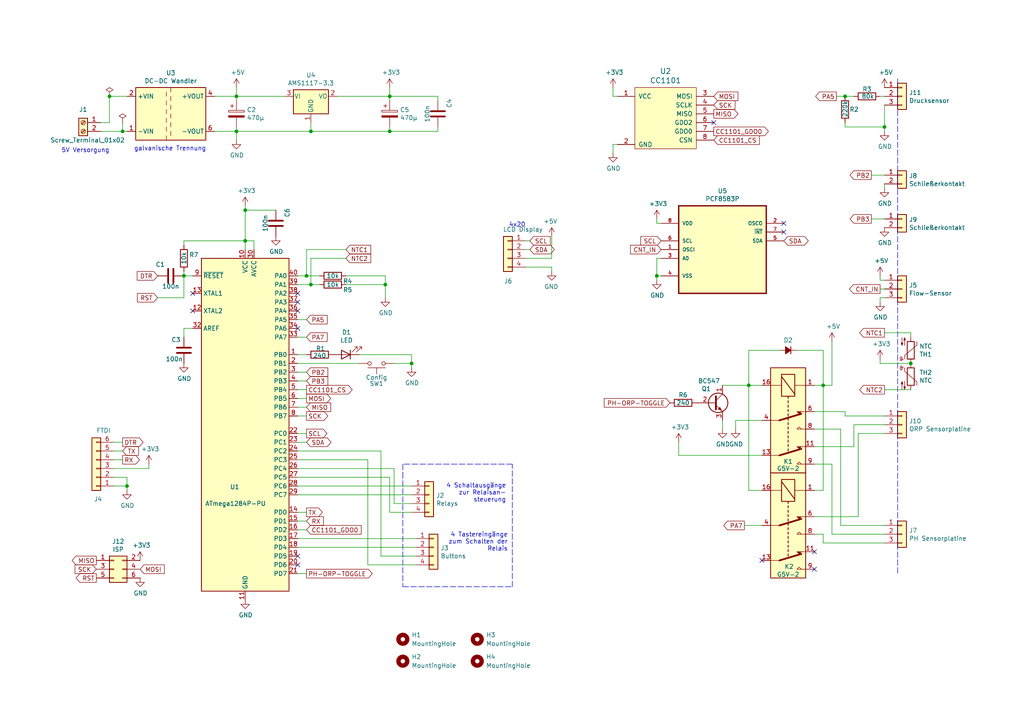
<source format=kicad_sch>
(kicad_sch (version 20210621) (generator eeschema)
  (paper "A4")
  (title_block (date "2021-05-07"))
  (lib_symbols
    (symbol "Connector:Screw_Terminal_01x02" (pin_names (offset 1.016) hide)
      (property "Reference" "J" (at 0 2.54 0))
      (property "Value" "Screw_Terminal_01x02" (at 0 -5.08 0))
      (symbol "Screw_Terminal_01x02_1_1"
        (pin passive line (at -5.08 0 0) (length 3.81) (name "Pin_1") (number "1"))
        (pin passive line (at -5.08 -2.54 0) (length 3.81) (name "Pin_2") (number "2"))
      )
    )
    (symbol "Connector_Generic:Conn_01x02" (pin_names (offset 1.016) hide)
      (property "Reference" "J" (at 0 2.54 0))
      (property "Value" "Conn_01x02" (at 0 -5.08 0))
      (symbol "Conn_01x02_1_1"
        (pin passive line (at -5.08 0 0) (length 3.81) (name "Pin_1") (number "1"))
        (pin passive line (at -5.08 -2.54 0) (length 3.81) (name "Pin_2") (number "2"))
      )
    )
    (symbol "Connector_Generic:Conn_01x03" (pin_names (offset 1.016) hide)
      (property "Reference" "J" (at 0 5.08 0))
      (property "Value" "Conn_01x03" (at 0 -5.08 0))
      (symbol "Conn_01x03_1_1"
        (pin passive line (at -5.08 2.54 0) (length 3.81) (name "Pin_1") (number "1"))
        (pin passive line (at -5.08 0 0) (length 3.81) (name "Pin_2") (number "2"))
        (pin passive line (at -5.08 -2.54 0) (length 3.81) (name "Pin_3") (number "3"))
      )
    )
    (symbol "Connector_Generic:Conn_01x04" (pin_names (offset 1.016) hide)
      (property "Reference" "J" (at 0 5.08 0))
      (property "Value" "Conn_01x04" (at 0 -7.62 0))
      (symbol "Conn_01x04_1_1"
        (pin passive line (at -5.08 2.54 0) (length 3.81) (name "Pin_1") (number "1"))
        (pin passive line (at -5.08 0 0) (length 3.81) (name "Pin_2") (number "2"))
        (pin passive line (at -5.08 -2.54 0) (length 3.81) (name "Pin_3") (number "3"))
        (pin passive line (at -5.08 -5.08 0) (length 3.81) (name "Pin_4") (number "4"))
      )
    )
    (symbol "Connector_Generic:Conn_01x06" (pin_names (offset 1.016) hide)
      (property "Reference" "J" (at 0 7.62 0))
      (property "Value" "Conn_01x06" (at 0 -10.16 0))
      (symbol "Conn_01x06_1_1"
        (pin passive line (at -5.08 5.08 0) (length 3.81) (name "Pin_1") (number "1"))
        (pin passive line (at -5.08 2.54 0) (length 3.81) (name "Pin_2") (number "2"))
        (pin passive line (at -5.08 0 0) (length 3.81) (name "Pin_3") (number "3"))
        (pin passive line (at -5.08 -2.54 0) (length 3.81) (name "Pin_4") (number "4"))
        (pin passive line (at -5.08 -5.08 0) (length 3.81) (name "Pin_5") (number "5"))
        (pin passive line (at -5.08 -7.62 0) (length 3.81) (name "Pin_6") (number "6"))
      )
    )
    (symbol "Connector_Generic:Conn_02x03_Odd_Even" (pin_names (offset 1.016) hide)
      (property "Reference" "J" (at 1.27 5.08 0))
      (property "Value" "Conn_02x03_Odd_Even" (at 1.27 -5.08 0))
      (symbol "Conn_02x03_Odd_Even_1_1"
        (pin passive line (at -5.08 2.54 0) (length 3.81) (name "Pin_1") (number "1"))
        (pin passive line (at 7.62 2.54 180) (length 3.81) (name "Pin_2") (number "2"))
        (pin passive line (at -5.08 0 0) (length 3.81) (name "Pin_3") (number "3"))
        (pin passive line (at 7.62 0 180) (length 3.81) (name "Pin_4") (number "4"))
        (pin passive line (at -5.08 -2.54 0) (length 3.81) (name "Pin_5") (number "5"))
        (pin passive line (at 7.62 -2.54 180) (length 3.81) (name "Pin_6") (number "6"))
      )
    )
    (symbol "Device:C" (pin_numbers hide) (pin_names (offset 0.254))
      (property "Reference" "C" (at 0.635 2.54 0))
      (property "Value" "C" (at 0.635 -2.54 0))
      (symbol "C_1_1"
        (pin passive line (at 0 3.81 270) (length 2.794) (name "~") (number "1"))
        (pin passive line (at 0 -3.81 90) (length 2.794) (name "~") (number "2"))
      )
    )
    (symbol "Device:CP" (pin_numbers hide) (pin_names (offset 0.254))
      (property "Reference" "C" (at 0.635 2.54 0))
      (property "Value" "Device_CP" (at 0.635 -2.54 0))
      (symbol "CP_1_1"
        (pin passive line (at 0 3.81 270) (length 2.794) (name "~") (number "1"))
        (pin passive line (at 0 -3.81 90) (length 2.794) (name "~") (number "2"))
      )
    )
    (symbol "Device:D_Small_ALT" (pin_numbers hide) (pin_names (offset 0.254) hide)
      (property "Reference" "D" (at -1.27 2.032 0))
      (property "Value" "Device_D_Small_ALT" (at -3.81 -2.032 0))
      (symbol "D_Small_ALT_1_1"
        (pin passive line (at -2.54 0 0) (length 1.778) (name "K") (number "1"))
        (pin passive line (at 2.54 0 180) (length 1.778) (name "A") (number "2"))
      )
    )
    (symbol "Device:LED" (pin_numbers hide) (pin_names (offset 1.016) hide)
      (property "Reference" "D" (at 0 2.54 0))
      (property "Value" "LED" (at 0 -2.54 0))
      (symbol "LED_1_1"
        (pin passive line (at -3.81 0 0) (length 2.54) (name "K") (number "1"))
        (pin passive line (at 3.81 0 180) (length 2.54) (name "A") (number "2"))
      )
    )
    (symbol "Device:R" (pin_numbers hide) (pin_names (offset 0))
      (property "Reference" "R" (at 2.032 0 90))
      (property "Value" "R" (at 0 0 90))
      (symbol "R_1_1"
        (pin passive line (at 0 3.81 270) (length 1.27) (name "~") (number "1"))
        (pin passive line (at 0 -3.81 90) (length 1.27) (name "~") (number "2"))
      )
    )
    (symbol "Device:Thermistor_NTC" (pin_numbers hide) (pin_names (offset 0))
      (property "Reference" "TH" (at -4.445 0 90))
      (property "Value" "Thermistor_NTC" (at 3.175 0 90))
      (symbol "Thermistor_NTC_1_1"
        (pin passive line (at 0 3.81 270) (length 1.27) (name "~") (number "1"))
        (pin passive line (at 0 -3.81 90) (length 1.27) (name "~") (number "2"))
      )
    )
    (symbol "MCU_Microchip_ATmega:ATmega1284P-PU"
      (property "Reference" "U" (at -12.7 49.53 0))
      (property "Value" "MCU_Microchip_ATmega_ATmega1284P-PU" (at 2.54 -49.53 0))
      (symbol "ATmega1284P-PU_1_1"
        (pin bidirectional line (at 15.24 20.32 180) (length 2.54) (name "PB0") (number "1"))
        (pin power_in line (at 0 50.8 270) (length 2.54) (name "VCC") (number "10"))
        (pin power_in line (at 0 -50.8 90) (length 2.54) (name "GND") (number "11"))
        (pin output line (at -15.24 33.02 0) (length 2.54) (name "XTAL2") (number "12"))
        (pin input line (at -15.24 38.1 0) (length 2.54) (name "XTAL1") (number "13"))
        (pin bidirectional line (at 15.24 -25.4 180) (length 2.54) (name "PD0") (number "14"))
        (pin bidirectional line (at 15.24 -27.94 180) (length 2.54) (name "PD1") (number "15"))
        (pin bidirectional line (at 15.24 -30.48 180) (length 2.54) (name "PD2") (number "16"))
        (pin bidirectional line (at 15.24 -33.02 180) (length 2.54) (name "PD3") (number "17"))
        (pin bidirectional line (at 15.24 -35.56 180) (length 2.54) (name "PD4") (number "18"))
        (pin bidirectional line (at 15.24 -38.1 180) (length 2.54) (name "PD5") (number "19"))
        (pin bidirectional line (at 15.24 17.78 180) (length 2.54) (name "PB1") (number "2"))
        (pin bidirectional line (at 15.24 -40.64 180) (length 2.54) (name "PD6") (number "20"))
        (pin bidirectional line (at 15.24 -43.18 180) (length 2.54) (name "PD7") (number "21"))
        (pin bidirectional line (at 15.24 -2.54 180) (length 2.54) (name "PC0") (number "22"))
        (pin bidirectional line (at 15.24 -5.08 180) (length 2.54) (name "PC1") (number "23"))
        (pin bidirectional line (at 15.24 -7.62 180) (length 2.54) (name "PC2") (number "24"))
        (pin bidirectional line (at 15.24 -10.16 180) (length 2.54) (name "PC3") (number "25"))
        (pin bidirectional line (at 15.24 -12.7 180) (length 2.54) (name "PC4") (number "26"))
        (pin bidirectional line (at 15.24 -15.24 180) (length 2.54) (name "PC5") (number "27"))
        (pin bidirectional line (at 15.24 -17.78 180) (length 2.54) (name "PC6") (number "28"))
        (pin bidirectional line (at 15.24 -20.32 180) (length 2.54) (name "PC7") (number "29"))
        (pin bidirectional line (at 15.24 15.24 180) (length 2.54) (name "PB2") (number "3"))
        (pin power_in line (at 2.54 50.8 270) (length 2.54) (name "AVCC") (number "30"))
        (pin passive line (at 0 -50.8 90) (length 2.54) hide (name "GND") (number "31"))
        (pin passive line (at -15.24 27.94 0) (length 2.54) (name "AREF") (number "32"))
        (pin bidirectional line (at 15.24 25.4 180) (length 2.54) (name "PA7") (number "33"))
        (pin bidirectional line (at 15.24 27.94 180) (length 2.54) (name "PA6") (number "34"))
        (pin bidirectional line (at 15.24 30.48 180) (length 2.54) (name "PA5") (number "35"))
        (pin bidirectional line (at 15.24 33.02 180) (length 2.54) (name "PA4") (number "36"))
        (pin bidirectional line (at 15.24 35.56 180) (length 2.54) (name "PA3") (number "37"))
        (pin bidirectional line (at 15.24 38.1 180) (length 2.54) (name "PA2") (number "38"))
        (pin bidirectional line (at 15.24 40.64 180) (length 2.54) (name "PA1") (number "39"))
        (pin bidirectional line (at 15.24 12.7 180) (length 2.54) (name "PB3") (number "4"))
        (pin bidirectional line (at 15.24 43.18 180) (length 2.54) (name "PA0") (number "40"))
        (pin bidirectional line (at 15.24 10.16 180) (length 2.54) (name "PB4") (number "5"))
        (pin bidirectional line (at 15.24 7.62 180) (length 2.54) (name "PB5") (number "6"))
        (pin bidirectional line (at 15.24 5.08 180) (length 2.54) (name "PB6") (number "7"))
        (pin bidirectional line (at 15.24 2.54 180) (length 2.54) (name "PB7") (number "8"))
        (pin input line (at -15.24 43.18 0) (length 2.54) (name "~{RESET}") (number "9"))
      )
    )
    (symbol "Mechanical:MountingHole" (pin_names (offset 1.016))
      (property "Reference" "H" (at 0 5.08 0))
      (property "Value" "MountingHole" (at 0 3.175 0))
    )
    (symbol "PCF8583P:PCF8583P" (pin_names (offset 1.016))
      (property "Reference" "U" (at -5.334 13.081 0))
      (property "Value" "PCF8583P" (at -3.7084 -20.4978 0))
      (symbol "PCF8583P_0_0"
        (pin input line (at -17.78 -2.54 0) (length 5.08) (name "OSCI") (number "1"))
        (pin output line (at 17.78 5.08 180) (length 5.08) (name "OSCO") (number "2"))
        (pin input line (at -17.78 -5.08 0) (length 5.08) (name "A0") (number "3"))
        (pin power_in line (at -17.78 -10.16 0) (length 5.08) (name "VSS") (number "4"))
        (pin bidirectional line (at 17.78 0 180) (length 5.08) (name "SDA") (number "5"))
        (pin input line (at -17.78 0 0) (length 5.08) (name "SCL") (number "6"))
        (pin output line (at 17.78 2.54 180) (length 5.08) (name "~{INT}") (number "7"))
        (pin power_in line (at -17.78 5.08 0) (length 5.08) (name "VDD") (number "8"))
      )
    )
    (symbol "Regulator_Linear:AMS1117-3.3" (pin_names (offset 0.254))
      (property "Reference" "U" (at -3.81 3.175 0))
      (property "Value" "AMS1117-3.3" (at 0 3.175 0))
      (symbol "AMS1117-3.3_1_1"
        (pin power_in line (at 0 -7.62 90) (length 2.54) (name "GND") (number "1"))
        (pin power_out line (at 7.62 0 180) (length 2.54) (name "VO") (number "2"))
        (pin power_in line (at -7.62 0 0) (length 2.54) (name "VI") (number "3"))
      )
    )
    (symbol "Regulator_Switching:TMR_1-1211"
      (property "Reference" "U" (at -8.89 8.89 0))
      (property "Value" "TMR_1-1211" (at 10.16 8.89 0))
      (symbol "TMR_1-1211_1_1"
        (pin power_in line (at -12.7 -5.08 0) (length 2.54) (name "-VIN") (number "1"))
        (pin power_in line (at -12.7 5.08 0) (length 2.54) (name "+VIN") (number "2"))
        (pin power_out line (at 12.7 5.08 180) (length 2.54) (name "+VOUT") (number "4"))
        (pin power_out line (at 12.7 -5.08 180) (length 2.54) (name "-VOUT") (number "6"))
      )
    )
    (symbol "Relay:G5V-2"
      (property "Reference" "K" (at 16.51 3.81 0))
      (property "Value" "G5V-2" (at 16.51 1.27 0))
      (symbol "G5V-2_1_1"
        (pin passive line (at -10.16 7.62 270) (length 2.54) (name "~") (number "1"))
        (pin passive line (at 7.62 7.62 270) (length 2.54) (name "~") (number "11"))
        (pin passive line (at 10.16 -7.62 90) (length 2.54) (name "~") (number "13"))
        (pin passive line (at -10.16 -7.62 90) (length 2.54) (name "~") (number "16"))
        (pin passive line (at 0 -7.62 90) (length 2.54) (name "~") (number "4"))
        (pin passive line (at -2.54 7.62 270) (length 2.54) (name "~") (number "6"))
        (pin passive line (at 2.54 7.62 270) (length 2.54) (name "~") (number "8"))
        (pin passive line (at 12.7 7.62 270) (length 2.54) (name "~") (number "9"))
      )
    )
    (symbol "Switch:SW_Push" (pin_numbers hide) (pin_names (offset 1.016) hide)
      (property "Reference" "SW" (at 1.27 2.54 0))
      (property "Value" "SW_Push" (at 0 -1.524 0))
      (symbol "SW_Push_0_1"
        (pin passive line (at -5.08 0 0) (length 2.54) (name "1") (number "1"))
        (pin passive line (at 5.08 0 180) (length 2.54) (name "2") (number "2"))
      )
    )
    (symbol "Transistor_BJT:BC547" (pin_names (offset 0) hide)
      (property "Reference" "Q" (at 5.08 1.905 0))
      (property "Value" "BC547" (at 5.08 0 0))
      (symbol "BC547_1_1"
        (pin passive line (at 2.54 5.08 270) (length 2.54) (name "C") (number "1"))
        (pin input line (at -5.08 0 0) (length 5.08) (name "B") (number "2"))
        (pin passive line (at 2.54 -5.08 90) (length 2.54) (name "E") (number "3"))
      )
    )
    (symbol "cc1101:CC1101" (pin_names (offset 1.016))
      (property "Reference" "U" (at -1.27 17.78 0))
      (property "Value" "CC1101" (at 10.16 -2.54 0))
      (symbol "CC1101_1_1"
        (pin power_in line (at -7.62 13.97 0) (length 5.08) (name "VCC") (number "1"))
        (pin power_in line (at -7.62 0 0) (length 5.08) (name "GND") (number "2"))
        (pin input line (at 20.32 13.97 180) (length 5.08) (name "MOSI") (number "3"))
        (pin input line (at 20.32 11.43 180) (length 5.08) (name "SCLK") (number "4"))
        (pin output line (at 20.32 8.89 180) (length 5.08) (name "MISO") (number "5"))
        (pin output line (at 20.32 6.35 180) (length 5.08) (name "GDO2") (number "6"))
        (pin output line (at 20.32 3.81 180) (length 5.08) (name "GDO0") (number "7"))
        (pin input line (at 20.32 1.27 180) (length 5.08) (name "CSN") (number "8"))
      )
    )
    (symbol "power:+3V3" (power) (pin_names (offset 0))
      (property "Value" "+3V3" (at 0 3.556 0))
      (symbol "+3V3_1_1"
        (pin power_in line (at 0 0 90) (length 0) hide (name "+3V3") (number "1"))
      )
    )
    (symbol "power:+5V" (power) (pin_names (offset 0))
      (property "Value" "+5V" (at 0 3.556 0))
      (symbol "+5V_1_1"
        (pin power_in line (at 0 0 90) (length 0) hide (name "+5V") (number "1"))
      )
    )
    (symbol "power:GND" (power) (pin_names (offset 0))
      (property "Value" "GND" (at 0 -3.81 0))
      (symbol "GND_1_1"
        (pin power_in line (at 0 0 270) (length 0) hide (name "GND") (number "1"))
      )
    )
    (symbol "power:PWR_FLAG" (power) (pin_numbers hide) (pin_names (offset 0) hide)
      (property "Value" "PWR_FLAG" (at 0 3.81 0))
      (symbol "PWR_FLAG_0_0"
        (pin power_out line (at 0 0 90) (length 0) (name "pwr") (number "1"))
      )
    )
  )
  (junction (at 217.17 111.76))
  (junction (at 88.9 80.01))
  (junction (at 119.38 105.41))
  (junction (at 71.12 69.85))
  (junction (at 35.56 38.1))
  (junction (at 31.75 27.94))
  (junction (at 245.11 27.94))
  (junction (at 264.16 105.41))
  (junction (at 113.03 38.1))
  (junction (at 190.5 80.01))
  (junction (at 71.12 60.96))
  (junction (at 238.76 111.76))
  (junction (at 36.83 140.97))
  (junction (at 113.03 27.94))
  (junction (at 68.58 27.94))
  (junction (at 256.54 36.83))
  (junction (at 68.58 38.1))
  (junction (at 111.76 82.55))
  (junction (at 90.17 82.55))
  (junction (at 53.34 80.01))
  (junction (at 90.17 38.1))
  (no_connect (at 236.22 165.1))
  (no_connect (at 86.36 95.25))
  (no_connect (at 236.22 160.02))
  (no_connect (at 220.98 162.56))
  (no_connect (at 86.36 163.83))
  (no_connect (at 207.01 35.56))
  (no_connect (at 86.36 161.29))
  (no_connect (at 55.88 90.17))
  (no_connect (at 86.36 90.17))
  (no_connect (at 86.36 87.63))
  (no_connect (at 227.33 64.77))
  (no_connect (at 86.36 85.09))
  (no_connect (at 55.88 85.09))
  (no_connect (at 227.33 67.31))
  (wire (pts (xy 209.55 121.92) (xy 209.55 124.46)))
  (wire (pts (xy 217.17 142.24) (xy 217.17 111.76)))
  (wire (pts (xy 86.36 156.21) (xy 120.65 156.21)))
  (wire (pts (xy 68.58 27.94) (xy 68.58 29.21)))
  (wire (pts (xy 236.22 124.46) (xy 243.84 124.46)))
  (polyline (pts (xy 116.84 170.18) (xy 148.59 170.18)))
  (wire (pts (xy 31.75 27.94) (xy 36.83 27.94)))
  (wire (pts (xy 217.17 111.76) (xy 220.98 111.76)))
  (wire (pts (xy 179.07 27.94) (xy 177.8 27.94)))
  (wire (pts (xy 245.11 27.94) (xy 247.65 27.94)))
  (wire (pts (xy 53.34 71.12) (xy 53.34 69.85)))
  (wire (pts (xy 55.88 80.01) (xy 53.34 80.01)))
  (polyline (pts (xy 116.84 134.62) (xy 116.84 137.16)))
  (wire (pts (xy 255.27 80.01) (xy 255.27 81.28)))
  (wire (pts (xy 190.5 63.5) (xy 190.5 64.77)))
  (wire (pts (xy 92.71 82.55) (xy 90.17 82.55)))
  (wire (pts (xy 110.49 161.29) (xy 120.65 161.29)))
  (wire (pts (xy 106.68 163.83) (xy 106.68 133.35)))
  (wire (pts (xy 35.56 133.35) (xy 33.02 133.35)))
  (wire (pts (xy 86.36 135.89) (xy 114.3 135.89)))
  (wire (pts (xy 113.03 148.59) (xy 113.03 138.43)))
  (wire (pts (xy 153.67 69.85) (xy 152.4 69.85)))
  (wire (pts (xy 29.21 38.1) (xy 35.56 38.1)))
  (wire (pts (xy 35.56 38.1) (xy 36.83 38.1)))
  (wire (pts (xy 53.34 80.01) (xy 53.34 86.36)))
  (wire (pts (xy 45.72 86.36) (xy 53.34 86.36)))
  (wire (pts (xy 113.03 25.4) (xy 113.03 27.94)))
  (wire (pts (xy 88.9 80.01) (xy 92.71 80.01)))
  (wire (pts (xy 86.36 97.79) (xy 88.9 97.79)))
  (wire (pts (xy 152.4 74.93) (xy 160.02 74.93)))
  (wire (pts (xy 255.27 81.28) (xy 256.54 81.28)))
  (wire (pts (xy 119.38 102.87) (xy 119.38 105.41)))
  (wire (pts (xy 256.54 36.83) (xy 256.54 38.1)))
  (wire (pts (xy 114.3 105.41) (xy 119.38 105.41)))
  (wire (pts (xy 248.92 149.86) (xy 248.92 125.73)))
  (wire (pts (xy 217.17 101.6) (xy 226.06 101.6)))
  (wire (pts (xy 100.33 80.01) (xy 111.76 80.01)))
  (wire (pts (xy 36.83 138.43) (xy 36.83 140.97)))
  (wire (pts (xy 104.14 102.87) (xy 119.38 102.87)))
  (wire (pts (xy 255.27 105.41) (xy 255.27 104.14)))
  (wire (pts (xy 86.36 113.03) (xy 88.9 113.03)))
  (wire (pts (xy 191.77 74.93) (xy 190.5 74.93)))
  (polyline (pts (xy 260.35 22.86) (xy 260.35 166.37)))
  (polyline (pts (xy 116.84 137.16) (xy 116.84 170.18)))
  (wire (pts (xy 238.76 111.76) (xy 236.22 111.76)))
  (wire (pts (xy 90.17 74.93) (xy 100.33 74.93)))
  (wire (pts (xy 119.38 148.59) (xy 113.03 148.59)))
  (polyline (pts (xy 148.59 170.18) (xy 148.59 134.62)))
  (wire (pts (xy 245.11 120.65) (xy 256.54 120.65)))
  (wire (pts (xy 120.65 158.75) (xy 86.36 158.75)))
  (wire (pts (xy 55.88 95.25) (xy 53.34 95.25)))
  (wire (pts (xy 231.14 101.6) (xy 238.76 101.6)))
  (wire (pts (xy 119.38 140.97) (xy 86.36 140.97)))
  (wire (pts (xy 247.65 129.54) (xy 247.65 123.19)))
  (wire (pts (xy 53.34 80.01) (xy 53.34 78.74)))
  (wire (pts (xy 213.36 121.92) (xy 213.36 124.46)))
  (wire (pts (xy 256.54 30.48) (xy 256.54 36.83)))
  (wire (pts (xy 160.02 74.93) (xy 160.02 68.58)))
  (wire (pts (xy 86.36 92.71) (xy 88.9 92.71)))
  (wire (pts (xy 256.54 157.48) (xy 238.76 157.48)))
  (wire (pts (xy 127 27.94) (xy 127 29.21)))
  (wire (pts (xy 62.23 38.1) (xy 68.58 38.1)))
  (wire (pts (xy 68.58 38.1) (xy 90.17 38.1)))
  (wire (pts (xy 241.3 111.76) (xy 241.3 99.06)))
  (wire (pts (xy 236.22 134.62) (xy 241.3 134.62)))
  (wire (pts (xy 53.34 95.25) (xy 53.34 97.79)))
  (wire (pts (xy 73.66 69.85) (xy 73.66 72.39)))
  (wire (pts (xy 33.02 140.97) (xy 36.83 140.97)))
  (wire (pts (xy 86.36 120.65) (xy 88.9 120.65)))
  (wire (pts (xy 36.83 140.97) (xy 36.83 142.24)))
  (polyline (pts (xy 148.59 134.62) (xy 116.84 134.62)))
  (wire (pts (xy 255.27 27.94) (xy 256.54 27.94)))
  (wire (pts (xy 264.16 96.52) (xy 264.16 97.79)))
  (wire (pts (xy 88.9 110.49) (xy 86.36 110.49)))
  (wire (pts (xy 120.65 163.83) (xy 106.68 163.83)))
  (wire (pts (xy 35.56 35.56) (xy 35.56 38.1)))
  (wire (pts (xy 86.36 130.81) (xy 110.49 130.81)))
  (wire (pts (xy 236.22 129.54) (xy 247.65 129.54)))
  (wire (pts (xy 86.36 102.87) (xy 88.9 102.87)))
  (wire (pts (xy 88.9 72.39) (xy 100.33 72.39)))
  (wire (pts (xy 111.76 82.55) (xy 111.76 86.36)))
  (wire (pts (xy 160.02 77.47) (xy 160.02 78.74)))
  (wire (pts (xy 241.3 154.94) (xy 256.54 154.94)))
  (wire (pts (xy 248.92 125.73) (xy 256.54 125.73)))
  (wire (pts (xy 245.11 36.83) (xy 256.54 36.83)))
  (wire (pts (xy 241.3 134.62) (xy 241.3 154.94)))
  (wire (pts (xy 152.4 72.39) (xy 153.67 72.39)))
  (wire (pts (xy 242.57 27.94) (xy 245.11 27.94)))
  (wire (pts (xy 119.38 143.51) (xy 86.36 143.51)))
  (wire (pts (xy 256.54 86.36) (xy 255.27 86.36)))
  (wire (pts (xy 236.22 142.24) (xy 238.76 142.24)))
  (wire (pts (xy 100.33 82.55) (xy 111.76 82.55)))
  (wire (pts (xy 236.22 149.86) (xy 248.92 149.86)))
  (wire (pts (xy 86.36 153.67) (xy 88.9 153.67)))
  (wire (pts (xy 88.9 128.27) (xy 86.36 128.27)))
  (wire (pts (xy 238.76 111.76) (xy 241.3 111.76)))
  (wire (pts (xy 252.73 50.8) (xy 256.54 50.8)))
  (wire (pts (xy 209.55 111.76) (xy 217.17 111.76)))
  (wire (pts (xy 177.8 27.94) (xy 177.8 25.4)))
  (wire (pts (xy 190.5 74.93) (xy 190.5 80.01)))
  (wire (pts (xy 86.36 125.73) (xy 88.9 125.73)))
  (wire (pts (xy 220.98 142.24) (xy 217.17 142.24)))
  (wire (pts (xy 238.76 142.24) (xy 238.76 111.76)))
  (wire (pts (xy 190.5 64.77) (xy 191.77 64.77)))
  (wire (pts (xy 247.65 123.19) (xy 256.54 123.19)))
  (wire (pts (xy 255.27 86.36) (xy 255.27 87.63)))
  (wire (pts (xy 220.98 152.4) (xy 215.9 152.4)))
  (wire (pts (xy 152.4 77.47) (xy 160.02 77.47)))
  (wire (pts (xy 86.36 148.59) (xy 88.9 148.59)))
  (wire (pts (xy 68.58 36.83) (xy 68.58 38.1)))
  (wire (pts (xy 113.03 38.1) (xy 127 38.1)))
  (wire (pts (xy 127 38.1) (xy 127 36.83)))
  (wire (pts (xy 119.38 105.41) (xy 119.38 106.68)))
  (wire (pts (xy 86.36 105.41) (xy 104.14 105.41)))
  (wire (pts (xy 29.21 35.56) (xy 31.75 35.56)))
  (wire (pts (xy 31.75 27.94) (xy 31.75 35.56)))
  (wire (pts (xy 220.98 121.92) (xy 213.36 121.92)))
  (wire (pts (xy 86.36 80.01) (xy 88.9 80.01)))
  (wire (pts (xy 114.3 146.05) (xy 119.38 146.05)))
  (wire (pts (xy 191.77 80.01) (xy 190.5 80.01)))
  (wire (pts (xy 33.02 138.43) (xy 36.83 138.43)))
  (wire (pts (xy 86.36 115.57) (xy 88.9 115.57)))
  (wire (pts (xy 256.54 53.34) (xy 256.54 54.61)))
  (wire (pts (xy 86.36 151.13) (xy 88.9 151.13)))
  (wire (pts (xy 243.84 124.46) (xy 243.84 152.4)))
  (wire (pts (xy 86.36 166.37) (xy 88.9 166.37)))
  (wire (pts (xy 238.76 154.94) (xy 236.22 154.94)))
  (wire (pts (xy 88.9 72.39) (xy 88.9 80.01)))
  (wire (pts (xy 33.02 135.89) (xy 43.18 135.89)))
  (wire (pts (xy 217.17 111.76) (xy 217.17 101.6)))
  (wire (pts (xy 243.84 152.4) (xy 256.54 152.4)))
  (wire (pts (xy 245.11 35.56) (xy 245.11 36.83)))
  (wire (pts (xy 33.02 130.81) (xy 35.56 130.81)))
  (wire (pts (xy 113.03 36.83) (xy 113.03 38.1)))
  (wire (pts (xy 179.07 41.91) (xy 177.8 41.91)))
  (wire (pts (xy 90.17 38.1) (xy 113.03 38.1)))
  (wire (pts (xy 71.12 69.85) (xy 73.66 69.85)))
  (wire (pts (xy 88.9 118.11) (xy 86.36 118.11)))
  (wire (pts (xy 255.27 83.82) (xy 256.54 83.82)))
  (wire (pts (xy 90.17 74.93) (xy 90.17 82.55)))
  (wire (pts (xy 86.36 107.95) (xy 88.9 107.95)))
  (wire (pts (xy 114.3 135.89) (xy 114.3 146.05)))
  (wire (pts (xy 33.02 128.27) (xy 35.56 128.27)))
  (wire (pts (xy 238.76 157.48) (xy 238.76 154.94)))
  (wire (pts (xy 68.58 25.4) (xy 68.58 27.94)))
  (wire (pts (xy 238.76 101.6) (xy 238.76 111.76)))
  (wire (pts (xy 113.03 138.43) (xy 86.36 138.43)))
  (wire (pts (xy 256.54 96.52) (xy 264.16 96.52)))
  (wire (pts (xy 236.22 119.38) (xy 245.11 119.38)))
  (wire (pts (xy 71.12 60.96) (xy 80.01 60.96)))
  (wire (pts (xy 71.12 72.39) (xy 71.12 69.85)))
  (wire (pts (xy 97.79 27.94) (xy 113.03 27.94)))
  (wire (pts (xy 113.03 27.94) (xy 127 27.94)))
  (wire (pts (xy 220.98 132.08) (xy 196.85 132.08)))
  (wire (pts (xy 256.54 113.03) (xy 264.16 113.03)))
  (wire (pts (xy 106.68 133.35) (xy 86.36 133.35)))
  (wire (pts (xy 245.11 119.38) (xy 245.11 120.65)))
  (wire (pts (xy 90.17 82.55) (xy 86.36 82.55)))
  (wire (pts (xy 62.23 27.94) (xy 68.58 27.94)))
  (wire (pts (xy 68.58 27.94) (xy 82.55 27.94)))
  (wire (pts (xy 190.5 80.01) (xy 190.5 81.28)))
  (wire (pts (xy 113.03 27.94) (xy 113.03 29.21)))
  (wire (pts (xy 177.8 41.91) (xy 177.8 44.45)))
  (wire (pts (xy 196.85 132.08) (xy 196.85 128.27)))
  (wire (pts (xy 71.12 60.96) (xy 71.12 59.69)))
  (wire (pts (xy 71.12 69.85) (xy 71.12 60.96)))
  (wire (pts (xy 53.34 69.85) (xy 71.12 69.85)))
  (wire (pts (xy 90.17 35.56) (xy 90.17 38.1)))
  (wire (pts (xy 252.73 63.5) (xy 256.54 63.5)))
  (wire (pts (xy 264.16 105.41) (xy 255.27 105.41)))
  (wire (pts (xy 43.18 135.89) (xy 43.18 134.62)))
  (wire (pts (xy 111.76 80.01) (xy 111.76 82.55)))
  (wire (pts (xy 68.58 38.1) (xy 68.58 40.64)))
  (wire (pts (xy 110.49 130.81) (xy 110.49 161.29)))
  (text "4 Tastereingänge\nzum Schalten der\nRelais" (at 147.32 160.02 180) (effects (font (size 1.27 1.27)) (justify right bottom)))
  (text "5V Versorgung" (at 17.78 44.45 0) (effects (font (size 1.27 1.27)) (justify left bottom)))
  (text "galvanische Trennung" (at 38.862 43.942 0) (effects (font (size 1.27 1.27)) (justify left bottom)))
  (text "4x20" (at 147.574 66.04 0) (effects (font (size 1.27 1.27)) (justify left bottom)))
  (text "4 Schaltausgänge\nzur Relaisan-\nsteuerung" (at 146.812 145.796 180) (effects (font (size 1.27 1.27)) (justify right bottom)))
  (global_label "RX" (shape input) (at 88.9 151.13 0) (property "Intersheet References" "${INTERSHEET_REFS}" (effects hide)))
  (global_label "PB3" (shape output) (at 252.73 63.5 180) (property "Intersheet References" "${INTERSHEET_REFS}" (effects hide)))
  (global_label "CNT_IN" (shape input) (at 191.77 72.39 180) (property "Intersheet References" "${INTERSHEET_REFS}" (effects hide)))
  (global_label "PH-ORP-TOGGLE" (shape output) (at 88.9 166.37 0) (property "Intersheet References" "${INTERSHEET_REFS}" (effects hide)))
  (global_label "PA5" (shape input) (at 88.9 92.71 0) (property "Intersheet References" "${INTERSHEET_REFS}" (effects hide)))
  (global_label "PA7" (shape input) (at 88.9 97.79 0) (property "Intersheet References" "${INTERSHEET_REFS}" (effects hide)))
  (global_label "RX" (shape output) (at 35.56 133.35 0) (property "Intersheet References" "${INTERSHEET_REFS}" (effects hide)))
  (global_label "PB2" (shape input) (at 88.9 107.95 0) (property "Intersheet References" "${INTERSHEET_REFS}" (effects hide)))
  (global_label "NTC1" (shape output) (at 256.54 96.52 180) (property "Intersheet References" "${INTERSHEET_REFS}" (effects hide)))
  (global_label "SCL" (shape input) (at 153.67 69.85 0) (property "Intersheet References" "${INTERSHEET_REFS}" (effects hide)))
  (global_label "PA5" (shape output) (at 242.57 27.94 180) (property "Intersheet References" "${INTERSHEET_REFS}" (effects hide)))
  (global_label "PB3" (shape input) (at 88.9 110.49 0) (property "Intersheet References" "${INTERSHEET_REFS}" (effects hide)))
  (global_label "RST" (shape input) (at 45.72 86.36 180) (property "Intersheet References" "${INTERSHEET_REFS}" (effects hide)))
  (global_label "SCL" (shape input) (at 191.77 69.85 180) (property "Intersheet References" "${INTERSHEET_REFS}" (effects hide)))
  (global_label "PA7" (shape output) (at 215.9 152.4 180) (property "Intersheet References" "${INTERSHEET_REFS}" (effects hide)))
  (global_label "CC1101_CS" (shape output) (at 88.9 113.03 0) (property "Intersheet References" "${INTERSHEET_REFS}" (effects hide)))
  (global_label "DTR" (shape output) (at 35.56 128.27 0) (property "Intersheet References" "${INTERSHEET_REFS}" (effects hide)))
  (global_label "RST" (shape output) (at 27.94 167.64 180) (property "Intersheet References" "${INTERSHEET_REFS}" (effects hide)))
  (global_label "SDA" (shape bidirectional) (at 153.67 72.39 0) (property "Intersheet References" "${INTERSHEET_REFS}" (effects hide)))
  (global_label "TX" (shape output) (at 88.9 148.59 0) (property "Intersheet References" "${INTERSHEET_REFS}" (effects hide)))
  (global_label "PH-ORP-TOGGLE" (shape input) (at 194.31 116.84 180) (property "Intersheet References" "${INTERSHEET_REFS}" (effects hide)))
  (global_label "MISO" (shape output) (at 27.94 162.56 180) (property "Intersheet References" "${INTERSHEET_REFS}" (effects hide)))
  (global_label "CC1101_CS" (shape input) (at 207.01 40.64 0) (property "Intersheet References" "${INTERSHEET_REFS}" (effects hide)))
  (global_label "SCK" (shape input) (at 207.01 30.48 0) (property "Intersheet References" "${INTERSHEET_REFS}" (effects hide)))
  (global_label "MISO" (shape output) (at 207.01 33.02 0) (property "Intersheet References" "${INTERSHEET_REFS}" (effects hide)))
  (global_label "MOSI" (shape output) (at 88.9 115.57 0) (property "Intersheet References" "${INTERSHEET_REFS}" (effects hide)))
  (global_label "TX" (shape input) (at 35.56 130.81 0) (property "Intersheet References" "${INTERSHEET_REFS}" (effects hide)))
  (global_label "DTR" (shape input) (at 45.72 80.01 180) (property "Intersheet References" "${INTERSHEET_REFS}" (effects hide)))
  (global_label "CC1101_GDO0" (shape input) (at 88.9 153.67 0) (property "Intersheet References" "${INTERSHEET_REFS}" (effects hide)))
  (global_label "MOSI" (shape input) (at 40.64 165.1 0) (property "Intersheet References" "${INTERSHEET_REFS}" (effects hide)))
  (global_label "NTC2" (shape input) (at 100.33 74.93 0) (property "Intersheet References" "${INTERSHEET_REFS}" (effects hide)))
  (global_label "MISO" (shape input) (at 88.9 118.11 0) (property "Intersheet References" "${INTERSHEET_REFS}" (effects hide)))
  (global_label "SDA" (shape bidirectional) (at 88.9 128.27 0) (property "Intersheet References" "${INTERSHEET_REFS}" (effects hide)))
  (global_label "SCK" (shape input) (at 27.94 165.1 180) (property "Intersheet References" "${INTERSHEET_REFS}" (effects hide)))
  (global_label "NTC2" (shape output) (at 256.54 113.03 180) (property "Intersheet References" "${INTERSHEET_REFS}" (effects hide)))
  (global_label "SDA" (shape bidirectional) (at 227.33 69.85 0) (property "Intersheet References" "${INTERSHEET_REFS}" (effects hide)))
  (global_label "PB2" (shape output) (at 252.73 50.8 180) (property "Intersheet References" "${INTERSHEET_REFS}" (effects hide)))
  (global_label "CC1101_GDO0" (shape output) (at 207.01 38.1 0) (property "Intersheet References" "${INTERSHEET_REFS}" (effects hide)))
  (global_label "SCL" (shape output) (at 88.9 125.73 0) (property "Intersheet References" "${INTERSHEET_REFS}" (effects hide)))
  (global_label "NTC1" (shape input) (at 100.33 72.39 0) (property "Intersheet References" "${INTERSHEET_REFS}" (effects hide)))
  (global_label "SCK" (shape output) (at 88.9 120.65 0) (property "Intersheet References" "${INTERSHEET_REFS}" (effects hide)))
  (global_label "CNT_IN" (shape output) (at 255.27 83.82 180) (property "Intersheet References" "${INTERSHEET_REFS}" (effects hide)))
  (global_label "MOSI" (shape input) (at 207.01 27.94 0) (property "Intersheet References" "${INTERSHEET_REFS}" (effects hide)))
  (symbol (lib_id "MCU_Microchip_ATmega:ATmega1284P-PU") (at 71.12 123.19 0) (unit 1)
    (property "Reference" "U1" (at 68.072 141.224 0))
    (property "Value" "ATmega1284P-PU" (at 68.326 146.05 0))
    (property "Footprint" "Package_DIP:DIP-40_W15.24mm" (effects hide))
    (property "Datasheet" "http://ww1.microchip.com/downloads/en/DeviceDoc/Atmel-8272-8-bit-AVR-microcontroller-ATmega164A_PA-324A_PA-644A_PA-1284_P_datasheet.pdf" (effects hide))
  )
  (symbol (lib_id "Transistor_BJT:BC547") (at 207.01 116.84 0) (unit 1)
    (property "Reference" "Q1" (at 203.454 112.776 0) (effects (justify left)))
    (property "Value" "BC547" (at 202.438 110.49 0) (effects (justify left)))
    (property "Footprint" "Package_TO_SOT_THT:TO-92_Inline" (effects hide))
    (property "Datasheet" "https://www.onsemi.com/pub/Collateral/BC550-D.pdf" (effects hide))
  )
  (symbol (lib_id "Device:R") (at 96.52 80.01 90) (unit 1)
    (property "Reference" "R4" (at 100.838 81.534 90))
    (property "Value" "10k" (at 96.52 80.01 90))
    (property "Footprint" "Resistor_THT:R_Axial_DIN0207_L6.3mm_D2.5mm_P10.16mm_Horizontal" (effects hide))
  )
  (symbol (lib_id "Device:R") (at 251.46 27.94 270) (unit 1)
    (property "Reference" "R3" (at 251.46 25.908 90))
    (property "Value" "80k" (at 251.714 27.94 90))
    (property "Footprint" "Resistor_THT:R_Axial_DIN0207_L6.3mm_D2.5mm_P10.16mm_Horizontal" (effects hide))
  )
  (symbol (lib_id "Device:R") (at 245.11 31.75 0) (unit 1)
    (property "Reference" "R2" (at 246.38 31.75 0) (effects (justify left)))
    (property "Value" "220k" (at 245.11 34.036 90) (effects (justify left)))
    (property "Footprint" "Resistor_THT:R_Axial_DIN0207_L6.3mm_D2.5mm_P10.16mm_Horizontal" (effects hide))
  )
  (symbol (lib_id "Device:CP") (at 68.58 33.02 0) (unit 1)
    (property "Reference" "C2" (at 71.5772 31.8516 0) (effects (justify left)))
    (property "Value" "470µ" (at 71.5772 34.163 0) (effects (justify left)))
    (property "Footprint" "Capacitor_THT:CP_Radial_D8.0mm_P3.50mm" (effects hide))
  )
  (symbol (lib_id "Switch:SW_Push") (at 109.22 105.41 180) (unit 1)
    (property "Reference" "SW1" (at 109.22 111.252 0))
    (property "Value" "Config" (at 109.22 109.474 0))
    (property "Footprint" "Button_Switch_THT:SW_PUSH_6mm_H13mm" (effects hide))
  )
  (symbol (lib_id "Device:LED") (at 100.33 102.87 180) (unit 1)
    (property "Reference" "D1" (at 100.5078 96.393 0))
    (property "Value" "LED" (at 100.5078 98.7044 0))
    (property "Footprint" "LED_THT:LED_D5.0mm" (effects hide))
  )
  (symbol (lib_id "Device:C") (at 49.53 80.01 270) (unit 1)
    (property "Reference" "C1" (at 46.482 76.708 90))
    (property "Value" "100n" (at 49.53 83.058 90))
    (property "Footprint" "Capacitor_THT:C_Rect_L10.0mm_W2.5mm_P7.50mm_MKS4" (effects hide))
  )
  (symbol (lib_id "Device:R") (at 92.71 102.87 90) (unit 1)
    (property "Reference" "R1" (at 92.964 101.092 90))
    (property "Value" "240" (at 92.71 103.124 90))
    (property "Footprint" "Resistor_THT:R_Axial_DIN0207_L6.3mm_D2.5mm_P10.16mm_Horizontal" (effects hide))
  )
  (symbol (lib_id "cc1101:CC1101") (at 186.69 41.91 0) (unit 1)
    (property "Reference" "U2" (at 193.04 20.6502 0) (effects (font (size 1.524 1.524))))
    (property "Value" "CC1101" (at 193.04 23.3426 0) (effects (font (size 1.524 1.524))))
    (property "Footprint" "Connector_PinSocket_2.00mm:PinSocket_1x08_P2.00mm_Vertical" (effects hide))
  )
  (symbol (lib_id "Device:R") (at 96.52 82.55 270) (unit 1)
    (property "Reference" "R5" (at 100.838 84.074 90))
    (property "Value" "10k" (at 96.52 82.55 90))
    (property "Footprint" "Resistor_THT:R_Axial_DIN0207_L6.3mm_D2.5mm_P10.16mm_Horizontal" (effects hide))
  )
  (symbol (lib_id "Device:R") (at 198.12 116.84 270) (unit 1)
    (property "Reference" "R6" (at 198.12 114.554 90))
    (property "Value" "240" (at 198.12 116.84 90))
    (property "Footprint" "Resistor_THT:R_Axial_DIN0207_L6.3mm_D2.5mm_P10.16mm_Horizontal" (effects hide))
  )
  (symbol (lib_id "Connector_Generic:Conn_01x03") (at 261.62 123.19 0) (unit 1)
    (property "Reference" "J10" (at 263.652 122.1232 0) (effects (justify left)))
    (property "Value" "ORP Sensorplatine" (at 263.652 124.4346 0) (effects (justify left)))
    (property "Footprint" "Connector_PinHeader_2.54mm:PinHeader_1x03_P2.54mm_Vertical" (effects hide))
  )
  (symbol (lib_id "Connector_Generic:Conn_01x03") (at 261.62 154.94 0) (unit 1)
    (property "Reference" "J7" (at 263.652 153.8732 0) (effects (justify left)))
    (property "Value" "PH Sensorplatine" (at 263.652 156.1846 0) (effects (justify left)))
    (property "Footprint" "Connector_PinHeader_2.54mm:PinHeader_1x03_P2.54mm_Vertical" (effects hide))
  )
  (symbol (lib_id "Device:D_Small_ALT") (at 228.6 101.6 180) (unit 1)
    (property "Reference" "D2" (at 228.6 98.679 0))
    (property "Value" "D_Small_ALT" (effects hide))
    (property "Footprint" "Diode_THT:D_DO-35_SOD27_P7.62mm_Horizontal" (effects hide))
  )
  (symbol (lib_id "power:GND") (at 209.55 124.46 0) (unit 1)
    (property "Reference" "#PWR020" (effects hide))
    (property "Value" "GND" (at 209.677 128.8542 0))
  )
  (symbol (lib_id "power:GND") (at 213.36 124.46 0) (unit 1)
    (property "Reference" "#PWR021" (effects hide))
    (property "Value" "GND" (at 213.487 128.8542 0))
  )
  (symbol (lib_id "power:+3V3") (at 196.85 128.27 0) (unit 1)
    (property "Reference" "#PWR019" (effects hide))
    (property "Value" "+3V3" (at 197.231 123.8758 0))
  )
  (symbol (lib_id "power:+5V") (at 241.3 99.06 0) (unit 1)
    (property "Reference" "#PWR022" (effects hide))
    (property "Value" "+5V" (at 241.681 94.6658 0))
  )
  (symbol (lib_id "power:+3V3") (at 71.12 59.69 0) (unit 1)
    (property "Reference" "#PWR03" (effects hide))
    (property "Value" "+3V3" (at 71.501 55.2958 0))
  )
  (symbol (lib_id "power:GND") (at 71.12 173.99 0) (unit 1)
    (property "Reference" "#PWR02" (effects hide))
    (property "Value" "GND" (at 71.247 178.3842 0))
  )
  (symbol (lib_id "Device:Thermistor_NTC") (at 264.16 101.6 0) (mirror x) (unit 1)
    (property "Reference" "TH1" (at 266.6238 102.7684 0) (effects (justify left)))
    (property "Value" "NTC" (at 266.6238 100.457 0) (effects (justify left)))
    (property "Footprint" "Connector_PinHeader_2.54mm:PinHeader_1x02_P2.54mm_Vertical" (effects hide))
  )
  (symbol (lib_id "Device:Thermistor_NTC") (at 264.16 109.22 0) (unit 1)
    (property "Reference" "TH2" (at 266.6238 108.0516 0) (effects (justify left)))
    (property "Value" "NTC" (at 266.6238 110.363 0) (effects (justify left)))
    (property "Footprint" "Connector_PinHeader_2.54mm:PinHeader_1x02_P2.54mm_Vertical" (effects hide))
  )
  (symbol (lib_id "power:GND") (at 68.58 40.64 0) (unit 1)
    (property "Reference" "#PWR05" (effects hide))
    (property "Value" "GND" (at 68.707 45.0342 0))
  )
  (symbol (lib_id "Connector_Generic:Conn_01x03") (at 261.62 27.94 0) (unit 1)
    (property "Reference" "J11" (at 263.652 26.8732 0) (effects (justify left)))
    (property "Value" "Drucksensor" (at 263.652 29.1846 0) (effects (justify left)))
    (property "Footprint" "Connector_PinHeader_2.54mm:PinHeader_1x03_P2.54mm_Vertical" (effects hide))
  )
  (symbol (lib_id "Connector_Generic:Conn_01x02") (at 261.62 63.5 0) (unit 1)
    (property "Reference" "J9" (at 263.652 63.7032 0) (effects (justify left)))
    (property "Value" "Schließerkontakt" (at 263.652 66.0146 0) (effects (justify left)))
    (property "Footprint" "Connector_PinHeader_2.54mm:PinHeader_1x02_P2.54mm_Vertical" (effects hide))
  )
  (symbol (lib_id "Connector_Generic:Conn_01x02") (at 261.62 50.8 0) (unit 1)
    (property "Reference" "J8" (at 263.652 51.0032 0) (effects (justify left)))
    (property "Value" "Schließerkontakt" (at 263.652 53.3146 0) (effects (justify left)))
    (property "Footprint" "Connector_PinHeader_2.54mm:PinHeader_1x02_P2.54mm_Vertical" (effects hide))
  )
  (symbol (lib_id "power:GND") (at 177.8 44.45 0) (unit 1)
    (property "Reference" "#PWR010" (effects hide))
    (property "Value" "GND" (at 177.927 48.8442 0))
  )
  (symbol (lib_id "power:GND") (at 111.76 86.36 0) (unit 1)
    (property "Reference" "#PWR06" (effects hide))
    (property "Value" "GND" (at 111.887 90.7542 0))
  )
  (symbol (lib_id "power:+3V3") (at 177.8 25.4 0) (unit 1)
    (property "Reference" "#PWR09" (effects hide))
    (property "Value" "+3V3" (at 178.181 21.0058 0))
  )
  (symbol (lib_id "power:+3V3") (at 255.27 104.14 0) (unit 1)
    (property "Reference" "#PWR026" (effects hide))
    (property "Value" "+3V3" (at 255.651 99.7458 0))
  )
  (symbol (lib_id "Device:R") (at 53.34 74.93 0) (unit 1)
    (property "Reference" "R7" (at 54.864 73.914 0) (effects (justify left)))
    (property "Value" "10k" (at 53.34 76.708 90) (effects (justify left)))
    (property "Footprint" "Resistor_THT:R_Axial_DIN0207_L6.3mm_D2.5mm_P10.16mm_Horizontal" (effects hide))
  )
  (symbol (lib_id "Device:C") (at 53.34 101.6 180) (unit 1)
    (property "Reference" "C3" (at 51.054 98.552 0))
    (property "Value" "100n" (at 50.546 104.14 0))
    (property "Footprint" "Capacitor_THT:C_Rect_L10.0mm_W2.5mm_P7.50mm_MKS4" (effects hide))
  )
  (symbol (lib_id "power:GND") (at 53.34 105.41 0) (unit 1)
    (property "Reference" "#PWR01" (effects hide))
    (property "Value" "GND" (at 53.467 109.8042 0))
  )
  (symbol (lib_id "power:GND") (at 36.83 142.24 0) (unit 1)
    (property "Reference" "#PWR011" (effects hide))
    (property "Value" "GND" (at 36.957 146.6342 0))
  )
  (symbol (lib_id "Connector_Generic:Conn_01x06") (at 27.94 135.89 180) (unit 1)
    (property "Reference" "J4" (at 28.448 144.78 0))
    (property "Value" "FTDI" (at 30.0228 124.8664 0))
    (property "Footprint" "Connector_PinHeader_2.54mm:PinHeader_1x06_P2.54mm_Vertical" (effects hide))
  )
  (symbol (lib_id "power:+3V3") (at 43.18 134.62 0) (unit 1)
    (property "Reference" "#PWR014" (effects hide))
    (property "Value" "+3V3" (at 43.561 130.2258 0))
  )
  (symbol (lib_id "Relay:G5V-2") (at 228.6 121.92 270) (unit 1)
    (property "Reference" "K1" (at 228.6 133.858 90))
    (property "Value" "G5V-2" (at 228.6 135.89 90))
    (property "Footprint" "Relay_THT:Relay_DPDT_Omron_G5V-2" (effects hide))
    (property "Datasheet" "http://omronfs.omron.com/en_US/ecb/products/pdf/en-g5v_2.pdf" (effects hide))
  )
  (symbol (lib_id "Relay:G5V-2") (at 228.6 152.4 270) (unit 1)
    (property "Reference" "K2" (at 228.854 164.338 90))
    (property "Value" "G5V-2" (at 228.6 166.624 90))
    (property "Footprint" "Relay_THT:Relay_DPDT_Omron_G5V-2" (effects hide))
    (property "Datasheet" "http://omronfs.omron.com/en_US/ecb/products/pdf/en-g5v_2.pdf" (effects hide))
  )
  (symbol (lib_id "power:GND") (at 119.38 106.68 0) (unit 1)
    (property "Reference" "#PWR07" (effects hide))
    (property "Value" "GND" (at 119.507 111.0742 0))
  )
  (symbol (lib_id "power:+5V") (at 256.54 25.4 0) (unit 1)
    (property "Reference" "#PWR027" (effects hide))
    (property "Value" "+5V" (at 256.921 21.0058 0))
  )
  (symbol (lib_id "power:GND") (at 256.54 38.1 0) (unit 1)
    (property "Reference" "#PWR028" (effects hide))
    (property "Value" "GND" (at 256.667 42.4942 0))
  )
  (symbol (lib_id "power:GND") (at 256.54 66.04 0) (unit 1)
    (property "Reference" "#PWR025" (effects hide))
    (property "Value" "GND" (at 256.667 70.4342 0))
  )
  (symbol (lib_id "power:GND") (at 256.54 54.61 0) (unit 1)
    (property "Reference" "#PWR024" (effects hide))
    (property "Value" "GND" (at 256.667 59.0042 0))
  )
  (symbol (lib_id "Connector_Generic:Conn_01x04") (at 147.32 72.39 0) (mirror y) (unit 1)
    (property "Reference" "J6" (at 148.59 81.534 0) (effects (justify left)))
    (property "Value" "LCD Display" (at 157.48 66.548 0) (effects (justify left)))
    (property "Footprint" "Connector_PinHeader_2.54mm:PinHeader_1x04_P2.54mm_Vertical" (effects hide))
  )
  (symbol (lib_id "Connector_Generic:Conn_02x03_Odd_Even") (at 33.02 165.1 0) (unit 1)
    (property "Reference" "J12" (at 34.29 157.0482 0))
    (property "Value" "ISP" (at 34.29 159.3596 0))
    (property "Footprint" "Connector_PinHeader_2.54mm:PinHeader_2x03_P2.54mm_Vertical" (effects hide))
  )
  (symbol (lib_id "power:GND") (at 160.02 78.74 0) (mirror y) (unit 1)
    (property "Reference" "#PWR018" (effects hide))
    (property "Value" "GND" (at 159.893 83.1342 0))
  )
  (symbol (lib_id "power:+5V") (at 160.02 68.58 0) (mirror y) (unit 1)
    (property "Reference" "#PWR017" (effects hide))
    (property "Value" "+5V" (at 159.639 64.1858 0))
  )
  (symbol (lib_id "Regulator_Switching:TMR_1-1211") (at 49.53 33.02 0) (unit 1)
    (property "Reference" "U3" (at 49.53 21.1582 0))
    (property "Value" "DC-DC Wandler" (at 49.53 23.4696 0))
    (property "Footprint" "Converter_DCDC:Converter_DCDC_TRACO_TMR-1-xxxx_Single_THT" (effects hide))
    (property "Datasheet" "http://assets.tracopower.com/TMR1/documents/tmr1-datasheet.pdf" (effects hide))
  )
  (symbol (lib_id "Connector_Generic:Conn_01x04") (at 124.46 143.51 0) (unit 1)
    (property "Reference" "J2" (at 126.492 143.7132 0) (effects (justify left)))
    (property "Value" "Relays" (at 126.492 146.0246 0) (effects (justify left)))
    (property "Footprint" "Connector_PinHeader_2.54mm:PinHeader_1x04_P2.54mm_Vertical" (effects hide))
  )
  (symbol (lib_id "Connector_Generic:Conn_01x04") (at 125.73 158.75 0) (unit 1)
    (property "Reference" "J3" (at 127.762 158.9532 0) (effects (justify left)))
    (property "Value" "Buttons" (at 127.762 161.2646 0) (effects (justify left)))
    (property "Footprint" "Connector_PinHeader_2.54mm:PinHeader_1x04_P2.54mm_Vertical" (effects hide))
  )
  (symbol (lib_id "power:+5V") (at 68.58 25.4 0) (unit 1)
    (property "Reference" "#PWR04" (effects hide))
    (property "Value" "+5V" (at 68.961 21.0058 0))
  )
  (symbol (lib_id "power:GND") (at 40.64 167.64 0) (unit 1)
    (property "Reference" "#PWR0101" (effects hide))
    (property "Value" "GND" (at 40.767 172.0342 0))
  )
  (symbol (lib_id "power:+3V3") (at 40.64 162.56 0) (unit 1)
    (property "Reference" "#PWR0102" (effects hide))
    (property "Value" "+3V3" (at 41.021 158.1658 0))
  )
  (symbol (lib_id "PCF8583P:PCF8583P") (at 209.55 69.85 0) (unit 1)
    (property "Reference" "U5" (at 209.55 55.372 0))
    (property "Value" "PCF8583P" (at 209.55 57.6834 0))
    (property "Footprint" "additional:DIP254P762X420-8" (effects hide))
    (property "OC_FARNELL" "-" (effects hide))
    (property "SUPPLIER" "NXP" (effects hide))
    (property "PACKAGE" "DIP-8" (effects hide))
    (property "OC_NEWARK" "11N8517" (effects hide))
    (property "MPN" "PCF8583P" (effects hide))
  )
  (symbol (lib_id "power:GND") (at 190.5 81.28 0) (unit 1)
    (property "Reference" "#PWR013" (effects hide))
    (property "Value" "GND" (at 190.627 85.6742 0))
  )
  (symbol (lib_id "power:+3V3") (at 190.5 63.5 0) (unit 1)
    (property "Reference" "#PWR012" (effects hide))
    (property "Value" "+3V3" (at 190.881 59.1058 0))
  )
  (symbol (lib_id "Connector_Generic:Conn_01x03") (at 261.62 83.82 0) (unit 1)
    (property "Reference" "J5" (at 263.652 82.7532 0) (effects (justify left)))
    (property "Value" "Flow-Sensor" (at 263.652 85.0646 0) (effects (justify left)))
    (property "Footprint" "Connector_PinHeader_2.54mm:PinHeader_1x03_P2.54mm_Vertical" (effects hide))
  )
  (symbol (lib_id "power:+5V") (at 255.27 80.01 0) (unit 1)
    (property "Reference" "#PWR015" (effects hide))
    (property "Value" "+5V" (at 255.651 75.6158 0))
  )
  (symbol (lib_id "power:GND") (at 255.27 87.63 0) (unit 1)
    (property "Reference" "#PWR016" (effects hide))
    (property "Value" "GND" (at 255.397 92.0242 0))
  )
  (symbol (lib_id "Regulator_Linear:AMS1117-3.3") (at 90.17 27.94 0) (unit 1)
    (property "Reference" "U4" (at 90.17 21.7932 0))
    (property "Value" "AMS1117-3.3" (at 90.17 24.1046 0))
    (property "Footprint" "Package_TO_SOT_SMD:SOT-223-3_TabPin2" (effects hide))
    (property "Datasheet" "http://www.advanced-monolithic.com/pdf/ds1117.pdf" (effects hide))
  )
  (symbol (lib_id "power:+3V3") (at 113.03 25.4 0) (unit 1)
    (property "Reference" "#PWR08" (effects hide))
    (property "Value" "+3V3" (at 113.411 21.0058 0))
  )
  (symbol (lib_id "Device:C") (at 127 33.02 180) (unit 1)
    (property "Reference" "C4" (at 130.302 29.972 90))
    (property "Value" "100n" (at 123.952 33.02 90))
    (property "Footprint" "Capacitor_THT:C_Rect_L10.0mm_W2.5mm_P7.50mm_MKS4" (effects hide))
  )
  (symbol (lib_id "Device:CP") (at 113.03 33.02 0) (unit 1)
    (property "Reference" "C5" (at 116.0272 31.8516 0) (effects (justify left)))
    (property "Value" "470µ" (at 116.0272 34.163 0) (effects (justify left)))
    (property "Footprint" "Capacitor_THT:CP_Radial_D8.0mm_P3.50mm" (effects hide))
  )
  (symbol (lib_id "power:PWR_FLAG") (at 31.75 27.94 0) (unit 1)
    (property "Reference" "#FLG0101" (effects hide))
    (property "Value" "PWR_FLAG" (effects hide))
  )
  (symbol (lib_id "power:PWR_FLAG") (at 35.56 35.56 0) (unit 1)
    (property "Reference" "#FLG0102" (effects hide))
    (property "Value" "PWR_FLAG" (effects hide))
  )
  (symbol (lib_id "Mechanical:MountingHole") (at 138.43 191.77 0) (unit 1)
    (property "Reference" "H4" (at 140.97 190.4999 0) (effects (justify left)))
    (property "Value" "MountingHole" (at 140.97 193.0399 0) (effects (justify left)))
    (property "Footprint" "MountingHole:MountingHole_2.5mm_Pad" (effects hide))
  )
  (symbol (lib_id "Mechanical:MountingHole") (at 116.84 185.42 0) (unit 1)
    (property "Reference" "H1" (at 119.38 184.1499 0) (effects (justify left)))
    (property "Value" "MountingHole" (at 119.38 186.6899 0) (effects (justify left)))
    (property "Footprint" "MountingHole:MountingHole_2.5mm_Pad" (effects hide))
  )
  (symbol (lib_id "Connector:Screw_Terminal_01x02") (at 24.13 35.56 0) (mirror y) (unit 1)
    (property "Reference" "J1" (at 24.13 31.75 0))
    (property "Value" "Screw_Terminal_01x02" (at 25.4 40.64 0))
    (property "Footprint" "Connector_Phoenix_MSTB:PhoenixContact_MSTBA_2,5_2-G-5,08_1x02_P5.08mm_Horizontal" (effects hide))
  )
  (symbol (lib_id "Device:C") (at 80.01 64.77 180) (unit 1)
    (property "Reference" "C6" (at 83.312 61.722 90))
    (property "Value" "100n" (at 76.962 64.77 90))
    (property "Footprint" "Capacitor_THT:C_Rect_L10.0mm_W2.5mm_P7.50mm_MKS4" (effects hide))
  )
  (symbol (lib_id "Mechanical:MountingHole") (at 138.43 185.42 0) (unit 1)
    (property "Reference" "H3" (at 140.97 184.1499 0) (effects (justify left)))
    (property "Value" "MountingHole" (at 140.97 186.6899 0) (effects (justify left)))
    (property "Footprint" "MountingHole:MountingHole_2.5mm_Pad" (effects hide))
  )
  (symbol (lib_id "power:GND") (at 80.01 68.58 0) (unit 1)
    (property "Reference" "#PWR023" (effects hide))
    (property "Value" "GND" (at 80.137 72.9742 0))
  )
  (symbol (lib_id "Mechanical:MountingHole") (at 116.84 191.77 0) (unit 1)
    (property "Reference" "H2" (at 119.38 190.4999 0) (effects (justify left)))
    (property "Value" "MountingHole" (at 119.38 193.0399 0) (effects (justify left)))
    (property "Footprint" "MountingHole:MountingHole_2.5mm_Pad" (effects hide))
  )
)
</source>
